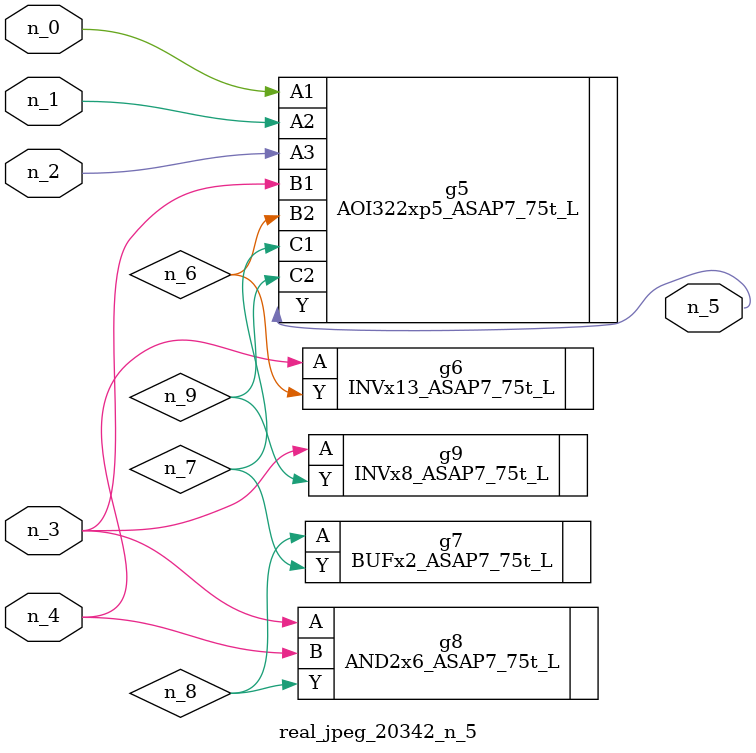
<source format=v>
module real_jpeg_20342_n_5 (n_4, n_0, n_1, n_2, n_3, n_5);

input n_4;
input n_0;
input n_1;
input n_2;
input n_3;

output n_5;

wire n_8;
wire n_6;
wire n_7;
wire n_9;

AOI322xp5_ASAP7_75t_L g5 ( 
.A1(n_0),
.A2(n_1),
.A3(n_2),
.B1(n_3),
.B2(n_6),
.C1(n_7),
.C2(n_9),
.Y(n_5)
);

AND2x6_ASAP7_75t_L g8 ( 
.A(n_3),
.B(n_4),
.Y(n_8)
);

INVx8_ASAP7_75t_L g9 ( 
.A(n_3),
.Y(n_9)
);

INVx13_ASAP7_75t_L g6 ( 
.A(n_4),
.Y(n_6)
);

BUFx2_ASAP7_75t_L g7 ( 
.A(n_8),
.Y(n_7)
);


endmodule
</source>
